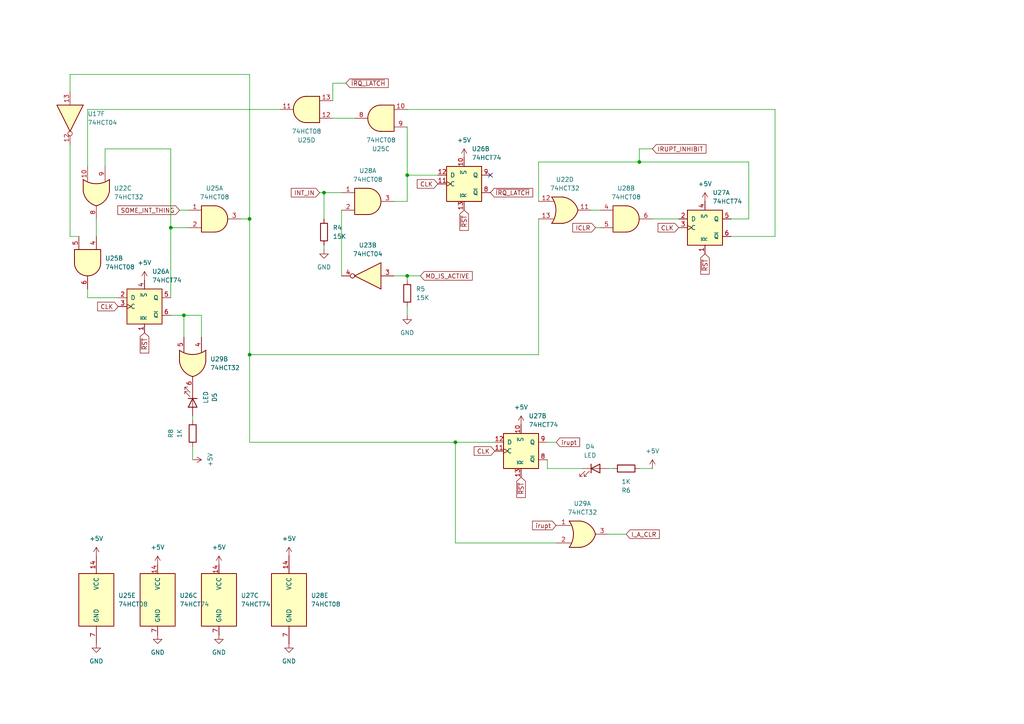
<source format=kicad_sch>
(kicad_sch (version 20250114) (generator "eeschema") (generator_version "9.0")
  (paper "A4")
  (lib_symbols
    (symbol "74xx:74HC04"
      (property "Reference" "U" (at 0 1.27 0))
      (property "Value" "74HC04" (at 0 -1.27 0))
      (symbol "74HC04_1_0"
        (polyline (pts (xy -3.81 3.81) (xy -3.81 -3.81) (xy 3.81 0) (xy -3.81 3.81)) (stroke (width 0.254)) (fill (type background)))
        (pin input line (at -7.62 0 0) (length 3.81) (name "~") (number "1"))
        (pin output inverted (at 7.62 0 180) (length 3.81) (name "~") (number "2"))
      )
      (symbol "74HC04_2_0"
        (polyline (pts (xy -3.81 3.81) (xy -3.81 -3.81) (xy 3.81 0) (xy -3.81 3.81)) (stroke (width 0.254)) (fill (type background)))
        (pin input line (at -7.62 0 0) (length 3.81) (name "~") (number "3"))
        (pin output inverted (at 7.62 0 180) (length 3.81) (name "~") (number "4"))
      )
      (symbol "74HC04_3_0"
        (polyline (pts (xy -3.81 3.81) (xy -3.81 -3.81) (xy 3.81 0) (xy -3.81 3.81)) (stroke (width 0.254)) (fill (type background)))
        (pin input line (at -7.62 0 0) (length 3.81) (name "~") (number "5"))
        (pin output inverted (at 7.62 0 180) (length 3.81) (name "~") (number "6"))
      )
      (symbol "74HC04_4_0"
        (polyline (pts (xy -3.81 3.81) (xy -3.81 -3.81) (xy 3.81 0) (xy -3.81 3.81)) (stroke (width 0.254)) (fill (type background)))
        (pin input line (at -7.62 0 0) (length 3.81) (name "~") (number "9"))
        (pin output inverted (at 7.62 0 180) (length 3.81) (name "~") (number "8"))
      )
      (symbol "74HC04_5_0"
        (polyline (pts (xy -3.81 3.81) (xy -3.81 -3.81) (xy 3.81 0) (xy -3.81 3.81)) (stroke (width 0.254)) (fill (type background)))
        (pin input line (at -7.62 0 0) (length 3.81) (name "~") (number "11"))
        (pin output inverted (at 7.62 0 180) (length 3.81) (name "~") (number "10"))
      )
      (symbol "74HC04_6_0"
        (polyline (pts (xy -3.81 3.81) (xy -3.81 -3.81) (xy 3.81 0) (xy -3.81 3.81)) (stroke (width 0.254)) (fill (type background)))
        (pin input line (at -7.62 0 0) (length 3.81) (name "~") (number "13"))
        (pin output inverted (at 7.62 0 180) (length 3.81) (name "~") (number "12"))
      )
      (symbol "74HC04_7_0"
        (pin power_in line (at 0 12.7 270) (length 5.08) (name "VCC") (number "14"))
        (pin power_in line (at 0 -12.7 90) (length 5.08) (name "GND") (number "7"))
      )
      (symbol "74HC04_7_1"
        (rectangle (start -5.08 7.62) (end 5.08 -7.62) (stroke (width 0.254)) (fill (type background)))
      )
    )
    (symbol "74xx:74HC74" (pin_names (offset 1.016))
      (property "Reference" "U" (at -7.62 8.89 0))
      (property "Value" "74HC74" (at -7.62 -8.89 0))
      (symbol "74HC74_1_0"
        (pin input line (at -7.62 2.54 0) (length 2.54) (name "D") (number "2"))
        (pin input clock (at -7.62 0 0) (length 2.54) (name "C") (number "3"))
        (pin input line (at 0 7.62 270) (length 2.54) (name "~{S}") (number "4"))
        (pin input line (at 0 -7.62 90) (length 2.54) (name "~{R}") (number "1"))
        (pin output line (at 7.62 2.54 180) (length 2.54) (name "Q") (number "5"))
        (pin output line (at 7.62 -2.54 180) (length 2.54) (name "~{Q}") (number "6"))
      )
      (symbol "74HC74_1_1"
        (rectangle (start -5.08 5.08) (end 5.08 -5.08) (stroke (width 0.254)) (fill (type background)))
      )
      (symbol "74HC74_2_0"
        (pin input line (at -7.62 2.54 0) (length 2.54) (name "D") (number "12"))
        (pin input clock (at -7.62 0 0) (length 2.54) (name "C") (number "11"))
        (pin input line (at 0 7.62 270) (length 2.54) (name "~{S}") (number "10"))
        (pin input line (at 0 -7.62 90) (length 2.54) (name "~{R}") (number "13"))
        (pin output line (at 7.62 2.54 180) (length 2.54) (name "Q") (number "9"))
        (pin output line (at 7.62 -2.54 180) (length 2.54) (name "~{Q}") (number "8"))
      )
      (symbol "74HC74_2_1"
        (rectangle (start -5.08 5.08) (end 5.08 -5.08) (stroke (width 0.254)) (fill (type background)))
      )
      (symbol "74HC74_3_0"
        (pin power_in line (at 0 10.16 270) (length 2.54) (name "VCC") (number "14"))
        (pin power_in line (at 0 -10.16 90) (length 2.54) (name "GND") (number "7"))
      )
      (symbol "74HC74_3_1"
        (rectangle (start -5.08 7.62) (end 5.08 -7.62) (stroke (width 0.254)) (fill (type background)))
      )
    )
    (symbol "74xx:74LS04"
      (property "Reference" "U" (at 0 1.27 0))
      (property "Value" "74LS04" (at 0 -1.27 0))
      (symbol "74LS04_1_0"
        (polyline (pts (xy -3.81 3.81) (xy -3.81 -3.81) (xy 3.81 0) (xy -3.81 3.81)) (stroke (width 0.254)) (fill (type background)))
        (pin input line (at -7.62 0 0) (length 3.81) (name "~") (number "1"))
        (pin output inverted (at 7.62 0 180) (length 3.81) (name "~") (number "2"))
      )
      (symbol "74LS04_2_0"
        (polyline (pts (xy -3.81 3.81) (xy -3.81 -3.81) (xy 3.81 0) (xy -3.81 3.81)) (stroke (width 0.254)) (fill (type background)))
        (pin input line (at -7.62 0 0) (length 3.81) (name "~") (number "3"))
        (pin output inverted (at 7.62 0 180) (length 3.81) (name "~") (number "4"))
      )
      (symbol "74LS04_3_0"
        (polyline (pts (xy -3.81 3.81) (xy -3.81 -3.81) (xy 3.81 0) (xy -3.81 3.81)) (stroke (width 0.254)) (fill (type background)))
        (pin input line (at -7.62 0 0) (length 3.81) (name "~") (number "5"))
        (pin output inverted (at 7.62 0 180) (length 3.81) (name "~") (number "6"))
      )
      (symbol "74LS04_4_0"
        (polyline (pts (xy -3.81 3.81) (xy -3.81 -3.81) (xy 3.81 0) (xy -3.81 3.81)) (stroke (width 0.254)) (fill (type background)))
        (pin input line (at -7.62 0 0) (length 3.81) (name "~") (number "9"))
        (pin output inverted (at 7.62 0 180) (length 3.81) (name "~") (number "8"))
      )
      (symbol "74LS04_5_0"
        (polyline (pts (xy -3.81 3.81) (xy -3.81 -3.81) (xy 3.81 0) (xy -3.81 3.81)) (stroke (width 0.254)) (fill (type background)))
        (pin input line (at -7.62 0 0) (length 3.81) (name "~") (number "11"))
        (pin output inverted (at 7.62 0 180) (length 3.81) (name "~") (number "10"))
      )
      (symbol "74LS04_6_0"
        (polyline (pts (xy -3.81 3.81) (xy -3.81 -3.81) (xy 3.81 0) (xy -3.81 3.81)) (stroke (width 0.254)) (fill (type background)))
        (pin input line (at -7.62 0 0) (length 3.81) (name "~") (number "13"))
        (pin output inverted (at 7.62 0 180) (length 3.81) (name "~") (number "12"))
      )
      (symbol "74LS04_7_0"
        (pin power_in line (at 0 12.7 270) (length 5.08) (name "VCC") (number "14"))
        (pin power_in line (at 0 -12.7 90) (length 5.08) (name "GND") (number "7"))
      )
      (symbol "74LS04_7_1"
        (rectangle (start -5.08 7.62) (end 5.08 -7.62) (stroke (width 0.254)) (fill (type background)))
      )
    )
    (symbol "74xx:74LS08" (pin_names (offset 1.016))
      (property "Reference" "U" (at 0 1.27 0))
      (property "Value" "74LS08" (at 0 -1.27 0))
      (symbol "74LS08_1_1"
        (arc (start 0 3.81) (mid 3.7934 0) (end 0 -3.81) (stroke (width 0.254)) (fill (type background)))
        (polyline (pts (xy 0 3.81) (xy -3.81 3.81) (xy -3.81 -3.81) (xy 0 -3.81)) (stroke (width 0.254)) (fill (type background)))
        (pin input line (at -7.62 2.54 0) (length 3.81) (name "~") (number "1"))
        (pin input line (at -7.62 -2.54 0) (length 3.81) (name "~") (number "2"))
        (pin output line (at 7.62 0 180) (length 3.81) (name "~") (number "3"))
      )
      (symbol "74LS08_1_2"
        (arc (start -3.81 3.81) (mid -2.589 0) (end -3.81 -3.81) (stroke (width 0.254)))
        (polyline (pts (xy -3.81 3.81) (xy -0.635 3.81)) (stroke (width 0.254)) (fill (type background)))
        (polyline (pts (xy -3.81 -3.81) (xy -0.635 -3.81)) (stroke (width 0.254)) (fill (type background)))
        (arc (start 3.81 0) (mid 2.1855 -2.584) (end -0.6096 -3.81) (stroke (width 0.254)) (fill (type background)))
        (arc (start -0.6096 3.81) (mid 2.1928 2.5924) (end 3.81 0) (stroke (width 0.254)) (fill (type background)))
        (polyline (pts (xy -0.635 3.81) (xy -3.81 3.81) (xy -3.81 3.81) (xy -3.556 3.4036) (xy -3.0226 2.2606) (xy -2.6924 1.0414) (xy -2.6162 -0.254) (xy -2.7686 -1.4986) (xy -3.175 -2.7178) (xy -3.81 -3.81) (xy -3.81 -3.81) (xy -0.635 -3.81)) (stroke (width -25.4)) (fill (type background)))
        (pin input inverted (at -7.62 2.54 0) (length 4.318) (name "~") (number "1"))
        (pin input inverted (at -7.62 -2.54 0) (length 4.318) (name "~") (number "2"))
        (pin output inverted (at 7.62 0 180) (length 3.81) (name "~") (number "3"))
      )
      (symbol "74LS08_2_1"
        (arc (start 0 3.81) (mid 3.7934 0) (end 0 -3.81) (stroke (width 0.254)) (fill (type background)))
        (polyline (pts (xy 0 3.81) (xy -3.81 3.81) (xy -3.81 -3.81) (xy 0 -3.81)) (stroke (width 0.254)) (fill (type background)))
        (pin input line (at -7.62 2.54 0) (length 3.81) (name "~") (number "4"))
        (pin input line (at -7.62 -2.54 0) (length 3.81) (name "~") (number "5"))
        (pin output line (at 7.62 0 180) (length 3.81) (name "~") (number "6"))
      )
      (symbol "74LS08_2_2"
        (arc (start -3.81 3.81) (mid -2.589 0) (end -3.81 -3.81) (stroke (width 0.254)))
        (polyline (pts (xy -3.81 3.81) (xy -0.635 3.81)) (stroke (width 0.254)) (fill (type background)))
        (polyline (pts (xy -3.81 -3.81) (xy -0.635 -3.81)) (stroke (width 0.254)) (fill (type background)))
        (arc (start 3.81 0) (mid 2.1855 -2.584) (end -0.6096 -3.81) (stroke (width 0.254)) (fill (type background)))
        (arc (start -0.6096 3.81) (mid 2.1928 2.5924) (end 3.81 0) (stroke (width 0.254)) (fill (type background)))
        (polyline (pts (xy -0.635 3.81) (xy -3.81 3.81) (xy -3.81 3.81) (xy -3.556 3.4036) (xy -3.0226 2.2606) (xy -2.6924 1.0414) (xy -2.6162 -0.254) (xy -2.7686 -1.4986) (xy -3.175 -2.7178) (xy -3.81 -3.81) (xy -3.81 -3.81) (xy -0.635 -3.81)) (stroke (width -25.4)) (fill (type background)))
        (pin input inverted (at -7.62 2.54 0) (length 4.318) (name "~") (number "4"))
        (pin input inverted (at -7.62 -2.54 0) (length 4.318) (name "~") (number "5"))
        (pin output inverted (at 7.62 0 180) (length 3.81) (name "~") (number "6"))
      )
      (symbol "74LS08_3_1"
        (arc (start 0 3.81) (mid 3.7934 0) (end 0 -3.81) (stroke (width 0.254)) (fill (type background)))
        (polyline (pts (xy 0 3.81) (xy -3.81 3.81) (xy -3.81 -3.81) (xy 0 -3.81)) (stroke (width 0.254)) (fill (type background)))
        (pin input line (at -7.62 2.54 0) (length 3.81) (name "~") (number "9"))
        (pin input line (at -7.62 -2.54 0) (length 3.81) (name "~") (number "10"))
        (pin output line (at 7.62 0 180) (length 3.81) (name "~") (number "8"))
      )
      (symbol "74LS08_3_2"
        (arc (start -3.81 3.81) (mid -2.589 0) (end -3.81 -3.81) (stroke (width 0.254)))
        (polyline (pts (xy -3.81 3.81) (xy -0.635 3.81)) (stroke (width 0.254)) (fill (type background)))
        (polyline (pts (xy -3.81 -3.81) (xy -0.635 -3.81)) (stroke (width 0.254)) (fill (type background)))
        (arc (start 3.81 0) (mid 2.1855 -2.584) (end -0.6096 -3.81) (stroke (width 0.254)) (fill (type background)))
        (arc (start -0.6096 3.81) (mid 2.1928 2.5924) (end 3.81 0) (stroke (width 0.254)) (fill (type background)))
        (polyline (pts (xy -0.635 3.81) (xy -3.81 3.81) (xy -3.81 3.81) (xy -3.556 3.4036) (xy -3.0226 2.2606) (xy -2.6924 1.0414) (xy -2.6162 -0.254) (xy -2.7686 -1.4986) (xy -3.175 -2.7178) (xy -3.81 -3.81) (xy -3.81 -3.81) (xy -0.635 -3.81)) (stroke (width -25.4)) (fill (type background)))
        (pin input inverted (at -7.62 2.54 0) (length 4.318) (name "~") (number "9"))
        (pin input inverted (at -7.62 -2.54 0) (length 4.318) (name "~") (number "10"))
        (pin output inverted (at 7.62 0 180) (length 3.81) (name "~") (number "8"))
      )
      (symbol "74LS08_4_1"
        (arc (start 0 3.81) (mid 3.7934 0) (end 0 -3.81) (stroke (width 0.254)) (fill (type background)))
        (polyline (pts (xy 0 3.81) (xy -3.81 3.81) (xy -3.81 -3.81) (xy 0 -3.81)) (stroke (width 0.254)) (fill (type background)))
        (pin input line (at -7.62 2.54 0) (length 3.81) (name "~") (number "12"))
        (pin input line (at -7.62 -2.54 0) (length 3.81) (name "~") (number "13"))
        (pin output line (at 7.62 0 180) (length 3.81) (name "~") (number "11"))
      )
      (symbol "74LS08_4_2"
        (arc (start -3.81 3.81) (mid -2.589 0) (end -3.81 -3.81) (stroke (width 0.254)))
        (polyline (pts (xy -3.81 3.81) (xy -0.635 3.81)) (stroke (width 0.254)) (fill (type background)))
        (polyline (pts (xy -3.81 -3.81) (xy -0.635 -3.81)) (stroke (width 0.254)) (fill (type background)))
        (arc (start 3.81 0) (mid 2.1855 -2.584) (end -0.6096 -3.81) (stroke (width 0.254)) (fill (type background)))
        (arc (start -0.6096 3.81) (mid 2.1928 2.5924) (end 3.81 0) (stroke (width 0.254)) (fill (type background)))
        (polyline (pts (xy -0.635 3.81) (xy -3.81 3.81) (xy -3.81 3.81) (xy -3.556 3.4036) (xy -3.0226 2.2606) (xy -2.6924 1.0414) (xy -2.6162 -0.254) (xy -2.7686 -1.4986) (xy -3.175 -2.7178) (xy -3.81 -3.81) (xy -3.81 -3.81) (xy -0.635 -3.81)) (stroke (width -25.4)) (fill (type background)))
        (pin input inverted (at -7.62 2.54 0) (length 4.318) (name "~") (number "12"))
        (pin input inverted (at -7.62 -2.54 0) (length 4.318) (name "~") (number "13"))
        (pin output inverted (at 7.62 0 180) (length 3.81) (name "~") (number "11"))
      )
      (symbol "74LS08_5_0"
        (pin power_in line (at 0 12.7 270) (length 5.08) (name "VCC") (number "14"))
        (pin power_in line (at 0 -12.7 90) (length 5.08) (name "GND") (number "7"))
      )
      (symbol "74LS08_5_1"
        (rectangle (start -5.08 7.62) (end 5.08 -7.62) (stroke (width 0.254)) (fill (type background)))
      )
    )
    (symbol "74xx:74LS32" (pin_names (offset 1.016))
      (property "Reference" "U" (at 0 1.27 0))
      (property "Value" "74LS32" (at 0 -1.27 0))
      (symbol "74LS32_1_1"
        (arc (start -3.81 3.81) (mid -2.589 0) (end -3.81 -3.81) (stroke (width 0.254)))
        (polyline (pts (xy -3.81 3.81) (xy -0.635 3.81)) (stroke (width 0.254)) (fill (type background)))
        (polyline (pts (xy -3.81 -3.81) (xy -0.635 -3.81)) (stroke (width 0.254)) (fill (type background)))
        (arc (start 3.81 0) (mid 2.1855 -2.584) (end -0.6096 -3.81) (stroke (width 0.254)) (fill (type background)))
        (arc (start -0.6096 3.81) (mid 2.1928 2.5924) (end 3.81 0) (stroke (width 0.254)) (fill (type background)))
        (polyline (pts (xy -0.635 3.81) (xy -3.81 3.81) (xy -3.81 3.81) (xy -3.556 3.4036) (xy -3.0226 2.2606) (xy -2.6924 1.0414) (xy -2.6162 -0.254) (xy -2.7686 -1.4986) (xy -3.175 -2.7178) (xy -3.81 -3.81) (xy -3.81 -3.81) (xy -0.635 -3.81)) (stroke (width -25.4)) (fill (type background)))
        (pin input line (at -7.62 2.54 0) (length 4.318) (name "~") (number "1"))
        (pin input line (at -7.62 -2.54 0) (length 4.318) (name "~") (number "2"))
        (pin output line (at 7.62 0 180) (length 3.81) (name "~") (number "3"))
      )
      (symbol "74LS32_1_2"
        (arc (start 0 3.81) (mid 3.7934 0) (end 0 -3.81) (stroke (width 0.254)) (fill (type background)))
        (polyline (pts (xy 0 3.81) (xy -3.81 3.81) (xy -3.81 -3.81) (xy 0 -3.81)) (stroke (width 0.254)) (fill (type background)))
        (pin input inverted (at -7.62 2.54 0) (length 3.81) (name "~") (number "1"))
        (pin input inverted (at -7.62 -2.54 0) (length 3.81) (name "~") (number "2"))
        (pin output inverted (at 7.62 0 180) (length 3.81) (name "~") (number "3"))
      )
      (symbol "74LS32_2_1"
        (arc (start -3.81 3.81) (mid -2.589 0) (end -3.81 -3.81) (stroke (width 0.254)))
        (polyline (pts (xy -3.81 3.81) (xy -0.635 3.81)) (stroke (width 0.254)) (fill (type background)))
        (polyline (pts (xy -3.81 -3.81) (xy -0.635 -3.81)) (stroke (width 0.254)) (fill (type background)))
        (arc (start 3.81 0) (mid 2.1855 -2.584) (end -0.6096 -3.81) (stroke (width 0.254)) (fill (type background)))
        (arc (start -0.6096 3.81) (mid 2.1928 2.5924) (end 3.81 0) (stroke (width 0.254)) (fill (type background)))
        (polyline (pts (xy -0.635 3.81) (xy -3.81 3.81) (xy -3.81 3.81) (xy -3.556 3.4036) (xy -3.0226 2.2606) (xy -2.6924 1.0414) (xy -2.6162 -0.254) (xy -2.7686 -1.4986) (xy -3.175 -2.7178) (xy -3.81 -3.81) (xy -3.81 -3.81) (xy -0.635 -3.81)) (stroke (width -25.4)) (fill (type background)))
        (pin input line (at -7.62 2.54 0) (length 4.318) (name "~") (number "4"))
        (pin input line (at -7.62 -2.54 0) (length 4.318) (name "~") (number "5"))
        (pin output line (at 7.62 0 180) (length 3.81) (name "~") (number "6"))
      )
      (symbol "74LS32_2_2"
        (arc (start 0 3.81) (mid 3.7934 0) (end 0 -3.81) (stroke (width 0.254)) (fill (type background)))
        (polyline (pts (xy 0 3.81) (xy -3.81 3.81) (xy -3.81 -3.81) (xy 0 -3.81)) (stroke (width 0.254)) (fill (type background)))
        (pin input inverted (at -7.62 2.54 0) (length 3.81) (name "~") (number "4"))
        (pin input inverted (at -7.62 -2.54 0) (length 3.81) (name "~") (number "5"))
        (pin output inverted (at 7.62 0 180) (length 3.81) (name "~") (number "6"))
      )
      (symbol "74LS32_3_1"
        (arc (start -3.81 3.81) (mid -2.589 0) (end -3.81 -3.81) (stroke (width 0.254)))
        (polyline (pts (xy -3.81 3.81) (xy -0.635 3.81)) (stroke (width 0.254)) (fill (type background)))
        (polyline (pts (xy -3.81 -3.81) (xy -0.635 -3.81)) (stroke (width 0.254)) (fill (type background)))
        (arc (start 3.81 0) (mid 2.1855 -2.584) (end -0.6096 -3.81) (stroke (width 0.254)) (fill (type background)))
        (arc (start -0.6096 3.81) (mid 2.1928 2.5924) (end 3.81 0) (stroke (width 0.254)) (fill (type background)))
        (polyline (pts (xy -0.635 3.81) (xy -3.81 3.81) (xy -3.81 3.81) (xy -3.556 3.4036) (xy -3.0226 2.2606) (xy -2.6924 1.0414) (xy -2.6162 -0.254) (xy -2.7686 -1.4986) (xy -3.175 -2.7178) (xy -3.81 -3.81) (xy -3.81 -3.81) (xy -0.635 -3.81)) (stroke (width -25.4)) (fill (type background)))
        (pin input line (at -7.62 2.54 0) (length 4.318) (name "~") (number "9"))
        (pin input line (at -7.62 -2.54 0) (length 4.318) (name "~") (number "10"))
        (pin output line (at 7.62 0 180) (length 3.81) (name "~") (number "8"))
      )
      (symbol "74LS32_3_2"
        (arc (start 0 3.81) (mid 3.7934 0) (end 0 -3.81) (stroke (width 0.254)) (fill (type background)))
        (polyline (pts (xy 0 3.81) (xy -3.81 3.81) (xy -3.81 -3.81) (xy 0 -3.81)) (stroke (width 0.254)) (fill (type background)))
        (pin input inverted (at -7.62 2.54 0) (length 3.81) (name "~") (number "9"))
        (pin input inverted (at -7.62 -2.54 0) (length 3.81) (name "~") (number "10"))
        (pin output inverted (at 7.62 0 180) (length 3.81) (name "~") (number "8"))
      )
      (symbol "74LS32_4_1"
        (arc (start -3.81 3.81) (mid -2.589 0) (end -3.81 -3.81) (stroke (width 0.254)))
        (polyline (pts (xy -3.81 3.81) (xy -0.635 3.81)) (stroke (width 0.254)) (fill (type background)))
        (polyline (pts (xy -3.81 -3.81) (xy -0.635 -3.81)) (stroke (width 0.254)) (fill (type background)))
        (arc (start 3.81 0) (mid 2.1855 -2.584) (end -0.6096 -3.81) (stroke (width 0.254)) (fill (type background)))
        (arc (start -0.6096 3.81) (mid 2.1928 2.5924) (end 3.81 0) (stroke (width 0.254)) (fill (type background)))
        (polyline (pts (xy -0.635 3.81) (xy -3.81 3.81) (xy -3.81 3.81) (xy -3.556 3.4036) (xy -3.0226 2.2606) (xy -2.6924 1.0414) (xy -2.6162 -0.254) (xy -2.7686 -1.4986) (xy -3.175 -2.7178) (xy -3.81 -3.81) (xy -3.81 -3.81) (xy -0.635 -3.81)) (stroke (width -25.4)) (fill (type background)))
        (pin input line (at -7.62 2.54 0) (length 4.318) (name "~") (number "12"))
        (pin input line (at -7.62 -2.54 0) (length 4.318) (name "~") (number "13"))
        (pin output line (at 7.62 0 180) (length 3.81) (name "~") (number "11"))
      )
      (symbol "74LS32_4_2"
        (arc (start 0 3.81) (mid 3.7934 0) (end 0 -3.81) (stroke (width 0.254)) (fill (type background)))
        (polyline (pts (xy 0 3.81) (xy -3.81 3.81) (xy -3.81 -3.81) (xy 0 -3.81)) (stroke (width 0.254)) (fill (type background)))
        (pin input inverted (at -7.62 2.54 0) (length 3.81) (name "~") (number "12"))
        (pin input inverted (at -7.62 -2.54 0) (length 3.81) (name "~") (number "13"))
        (pin output inverted (at 7.62 0 180) (length 3.81) (name "~") (number "11"))
      )
      (symbol "74LS32_5_0"
        (pin power_in line (at 0 12.7 270) (length 5.08) (name "VCC") (number "14"))
        (pin power_in line (at 0 -12.7 90) (length 5.08) (name "GND") (number "7"))
      )
      (symbol "74LS32_5_1"
        (rectangle (start -5.08 7.62) (end 5.08 -7.62) (stroke (width 0.254)) (fill (type background)))
      )
    )
    (symbol "Device:LED" (pin_numbers (hide yes)) (pin_names (offset 1.016) (hide yes))
      (property "Reference" "D" (at 0 2.54 0))
      (property "Value" "LED" (at 0 -2.54 0))
      (symbol "LED_0_1"
        (polyline (pts (xy -3.048 -0.762) (xy -4.572 -2.286) (xy -3.81 -2.286) (xy -4.572 -2.286) (xy -4.572 -1.524)))
        (polyline (pts (xy -1.778 -0.762) (xy -3.302 -2.286) (xy -2.54 -2.286) (xy -3.302 -2.286) (xy -3.302 -1.524)))
        (polyline (pts (xy -1.27 0) (xy 1.27 0)))
        (polyline (pts (xy -1.27 -1.27) (xy -1.27 1.27)) (stroke (width 0.254)))
        (polyline (pts (xy 1.27 -1.27) (xy 1.27 1.27) (xy -1.27 0) (xy 1.27 -1.27)) (stroke (width 0.254)))
      )
      (symbol "LED_1_1"
        (pin passive line (at -3.81 0 0) (length 2.54) (name "K") (number "1"))
        (pin passive line (at 3.81 0 180) (length 2.54) (name "A") (number "2"))
      )
    )
    (symbol "Device:R" (pin_numbers (hide yes)) (pin_names (offset 0))
      (property "Reference" "R" (at 2.032 0 90))
      (property "Value" "R" (at 0 0 90))
      (symbol "R_0_1"
        (rectangle (start -1.016 -2.54) (end 1.016 2.54) (stroke (width 0.254)))
      )
      (symbol "R_1_1"
        (pin passive line (at 0 3.81 270) (length 1.27) (name "~") (number "1"))
        (pin passive line (at 0 -3.81 90) (length 1.27) (name "~") (number "2"))
      )
    )
    (symbol "power:+5V" (power) (pin_numbers (hide yes)) (pin_names (offset 0) (hide yes))
      (property "Value" "+5V" (at 0 3.556 0))
      (symbol "+5V_0_1"
        (polyline (pts (xy -0.762 1.27) (xy 0 2.54)))
        (polyline (pts (xy 0 2.54) (xy 0.762 1.27)))
        (polyline (pts (xy 0 0) (xy 0 2.54)))
      )
      (symbol "+5V_1_1"
        (pin power_in line (at 0 0 90) (length 0) (name "~") (number "1"))
      )
    )
    (symbol "power:GND" (power) (pin_numbers (hide yes)) (pin_names (offset 0) (hide yes))
      (property "Value" "GND" (at 0 -3.81 0))
      (symbol "GND_0_1"
        (polyline (pts (xy 0 0) (xy 0 -1.27) (xy 1.27 -1.27) (xy 0 -2.54) (xy -1.27 -1.27) (xy 0 -1.27)))
      )
      (symbol "GND_1_1"
        (pin power_in line (at 0 0 270) (length 0) (name "~") (number "1"))
      )
    )
  )
  (junction (at 49.53 66.04))
  (junction (at 132.08 128.27))
  (junction (at 118.11 50.8))
  (junction (at 53.34 91.44))
  (junction (at 118.11 80.01))
  (junction (at 185.42 46.99))
  (junction (at 72.39 102.87))
  (junction (at 72.39 63.5))
  (junction (at 93.98 55.88))
  (no_connect (at 142.24 50.8))
  (wire (pts (xy 72.39 63.5) (xy 69.85 63.5)))
  (wire (pts (xy 93.98 55.88) (xy 93.98 63.5)))
  (wire (pts (xy 99.06 60.96) (xy 99.06 80.01)))
  (wire (pts (xy 81.28 31.75) (xy 25.4 31.75)))
  (wire (pts (xy 53.34 91.44) (xy 53.34 97.79)))
  (wire (pts (xy 72.39 102.87) (xy 72.39 63.5)))
  (wire (pts (xy 93.98 55.88) (xy 99.06 55.88)))
  (wire (pts (xy 224.79 31.75) (xy 224.79 68.58)))
  (wire (pts (xy 185.42 135.89) (xy 189.23 135.89)))
  (wire (pts (xy 58.42 91.44) (xy 53.34 91.44)))
  (wire (pts (xy 168.91 135.89) (xy 158.75 135.89)))
  (wire (pts (xy 49.53 86.36) (xy 49.53 66.04)))
  (wire (pts (xy 118.11 80.01) (xy 121.92 80.01)))
  (wire (pts (xy 143.51 128.27) (xy 132.08 128.27)))
  (wire (pts (xy 34.29 86.36) (xy 25.4 86.36)))
  (wire (pts (xy 114.3 80.01) (xy 118.11 80.01)))
  (wire (pts (xy 20.32 41.91) (xy 20.32 68.58)))
  (wire (pts (xy 118.11 58.42) (xy 118.11 50.8)))
  (wire (pts (xy 177.8 135.89) (xy 176.53 135.89)))
  (wire (pts (xy 158.75 128.27) (xy 161.29 128.27)))
  (wire (pts (xy 49.53 66.04) (xy 54.61 66.04)))
  (wire (pts (xy 20.32 68.58) (xy 22.86 68.58)))
  (wire (pts (xy 114.3 58.42) (xy 118.11 58.42)))
  (wire (pts (xy 132.08 128.27) (xy 72.39 128.27)))
  (wire (pts (xy 55.88 129.54) (xy 55.88 133.35)))
  (wire (pts (xy 185.42 43.18) (xy 185.42 46.99)))
  (wire (pts (xy 27.94 63.5) (xy 27.94 68.58)))
  (wire (pts (xy 58.42 97.79) (xy 58.42 91.44)))
  (wire (pts (xy 20.32 26.67) (xy 20.32 21.59)))
  (wire (pts (xy 102.87 34.29) (xy 96.52 34.29)))
  (wire (pts (xy 49.53 91.44) (xy 53.34 91.44)))
  (wire (pts (xy 176.53 154.94) (xy 181.61 154.94)))
  (wire (pts (xy 172.72 66.04) (xy 173.99 66.04)))
  (wire (pts (xy 132.08 157.48) (xy 132.08 128.27)))
  (wire (pts (xy 72.39 128.27) (xy 72.39 102.87)))
  (wire (pts (xy 25.4 31.75) (xy 25.4 48.26)))
  (wire (pts (xy 49.53 43.18) (xy 49.53 66.04)))
  (wire (pts (xy 127 50.8) (xy 118.11 50.8)))
  (wire (pts (xy 185.42 46.99) (xy 217.17 46.99)))
  (wire (pts (xy 217.17 46.99) (xy 217.17 63.5)))
  (wire (pts (xy 161.29 157.48) (xy 132.08 157.48)))
  (wire (pts (xy 30.48 43.18) (xy 49.53 43.18)))
  (wire (pts (xy 118.11 80.01) (xy 118.11 81.28)))
  (wire (pts (xy 156.21 63.5) (xy 156.21 102.87)))
  (wire (pts (xy 171.45 60.96) (xy 173.99 60.96)))
  (wire (pts (xy 118.11 50.8) (xy 118.11 36.83)))
  (wire (pts (xy 100.33 24.13) (xy 96.52 24.13)))
  (wire (pts (xy 30.48 48.26) (xy 30.48 43.18)))
  (wire (pts (xy 224.79 68.58) (xy 212.09 68.58)))
  (wire (pts (xy 118.11 88.9) (xy 118.11 91.44)))
  (wire (pts (xy 118.11 31.75) (xy 224.79 31.75)))
  (wire (pts (xy 217.17 63.5) (xy 212.09 63.5)))
  (wire (pts (xy 93.98 71.12) (xy 93.98 72.39)))
  (wire (pts (xy 20.32 21.59) (xy 72.39 21.59)))
  (wire (pts (xy 96.52 24.13) (xy 96.52 29.21)))
  (wire (pts (xy 156.21 46.99) (xy 185.42 46.99)))
  (wire (pts (xy 156.21 102.87) (xy 72.39 102.87)))
  (wire (pts (xy 92.71 55.88) (xy 93.98 55.88)))
  (wire (pts (xy 55.88 121.92) (xy 55.88 120.65)))
  (wire (pts (xy 189.23 63.5) (xy 196.85 63.5)))
  (wire (pts (xy 189.23 43.18) (xy 185.42 43.18)))
  (wire (pts (xy 156.21 58.42) (xy 156.21 46.99)))
  (wire (pts (xy 25.4 86.36) (xy 25.4 83.82)))
  (wire (pts (xy 52.07 60.96) (xy 54.61 60.96)))
  (wire (pts (xy 158.75 135.89) (xy 158.75 133.35)))
  (wire (pts (xy 72.39 21.59) (xy 72.39 63.5)))
  (global_label "~{IRQ_LATCH}" (shape input) (at 100.33 24.13 0) (property "Intersheetrefs" "${INTERSHEET_REFS}" (effects (hide yes))))
  (global_label "CLK" (shape input) (at 34.29 88.9 180) (property "Intersheetrefs" "${INTERSHEET_REFS}" (effects (hide yes))))
  (global_label "CLK" (shape input) (at 143.51 130.81 180) (property "Intersheetrefs" "${INTERSHEET_REFS}" (effects (hide yes))))
  (global_label "~{RST}" (shape input) (at 134.62 60.96 270) (property "Intersheetrefs" "${INTERSHEET_REFS}" (effects (hide yes))))
  (global_label "~{RST}" (shape input) (at 151.13 138.43 270) (property "Intersheetrefs" "${INTERSHEET_REFS}" (effects (hide yes))))
  (global_label "SOME_INT_THING" (shape input) (at 52.07 60.96 180) (property "Intersheetrefs" "${INTERSHEET_REFS}" (effects (hide yes))))
  (global_label "ICLR" (shape input) (at 172.72 66.04 180) (property "Intersheetrefs" "${INTERSHEET_REFS}" (effects (hide yes))))
  (global_label "IRUPT_INHIBIT" (shape input) (at 189.23 43.18 0) (property "Intersheetrefs" "${INTERSHEET_REFS}" (effects (hide yes))))
  (global_label "~{RST}" (shape input) (at 204.47 73.66 270) (property "Intersheetrefs" "${INTERSHEET_REFS}" (effects (hide yes))))
  (global_label "I_A_CLR" (shape input) (at 181.61 154.94 0) (property "Intersheetrefs" "${INTERSHEET_REFS}" (effects (hide yes))))
  (global_label "irupt" (shape input) (at 161.29 128.27 0) (property "Intersheetrefs" "${INTERSHEET_REFS}" (effects (hide yes))))
  (global_label "CLK" (shape input) (at 127 53.34 180) (property "Intersheetrefs" "${INTERSHEET_REFS}" (effects (hide yes))))
  (global_label "~{IRQ_LATCH}" (shape input) (at 142.24 55.88 0) (property "Intersheetrefs" "${INTERSHEET_REFS}" (effects (hide yes))))
  (global_label "CLK" (shape input) (at 196.85 66.04 180) (property "Intersheetrefs" "${INTERSHEET_REFS}" (effects (hide yes))))
  (global_label "MD_IS_ACTIVE" (shape input) (at 121.92 80.01 0) (property "Intersheetrefs" "${INTERSHEET_REFS}" (effects (hide yes))))
  (global_label "INT_IN" (shape input) (at 92.71 55.88 180) (property "Intersheetrefs" "${INTERSHEET_REFS}" (effects (hide yes))))
  (global_label "~{RST}" (shape input) (at 41.91 96.52 270) (property "Intersheetrefs" "${INTERSHEET_REFS}" (effects (hide yes))))
  (global_label "irupt" (shape input) (at 161.29 152.4 180) (property "Intersheetrefs" "${INTERSHEET_REFS}" (effects (hide yes))))
  (symbol (lib_id "74xx:74HC74") (at 151.13 130.81 0) (unit 2)
    (property "Reference" "U27" (at 153.3241 120.65 0) (effects (justify left)))
    (property "Value" "74HCT74" (at 153.3241 123.19 0) (effects (justify left)))
    (property "Footprint" "Package_SO:SO-14_3.9x8.65mm_P1.27mm" (effects (hide yes)))
    (property "Datasheet" "74xx/74hc_hct74.pdf" (effects (hide yes)))
    (property "Description" "Dual D Flip-flop, Set & Reset" (effects (hide yes)))
    (property "VerilogCode" "ttl_74hc74 U27(D_2, C_3, nS_4, nR_1, Q_5, nQ_6, D_12, C_11, nS_10, nR_13, Q_9, nQ_8);" (effects (hide yes)))
  )
  (symbol (lib_id "power:GND") (at 93.98 72.39 0) (unit 1)
    (property "Reference" "#PWR096" (effects (hide yes)))
    (property "Value" "GND" (at 93.98 77.47 0))
    (property "Description" "Power symbol creates a global label with name \"GND\" , ground" (effects (hide yes)))
  )
  (symbol (lib_id "power:GND") (at 118.11 91.44 0) (unit 1)
    (property "Reference" "#PWR097" (effects (hide yes)))
    (property "Value" "GND" (at 118.11 96.52 0))
    (property "Description" "Power symbol creates a global label with name \"GND\" , ground" (effects (hide yes)))
  )
  (symbol (lib_id "74xx:74HC04") (at 106.68 80.01 180) (unit 2)
    (property "Reference" "U23" (at 106.68 71.12 0))
    (property "Value" "74HCT04" (at 106.68 73.66 0))
    (property "Footprint" "Package_SO:SO-14_3.9x8.65mm_P1.27mm" (effects (hide yes)))
    (property "Datasheet" "https://assets.nexperia.com/documents/data-sheet/74HC_HCT04.pdf" (effects (hide yes)))
    (property "Description" "Hex Inverter" (effects (hide yes)))
    (property "VerilogCode" "ttl_74hct04 U23({_1, _3, _5, _9, _11, _13}, {_2, _4, _6, _8, _10, _12});" (effects (hide yes)))
  )
  (symbol (lib_id "74xx:74LS32") (at 55.88 105.41 270) (unit 2)
    (property "Reference" "U29" (at 60.96 104.1399 90) (effects (justify left)))
    (property "Value" "74HCT32" (at 60.96 106.6799 90) (effects (justify left)))
    (property "Footprint" "Package_SO:SO-14_3.9x8.65mm_P1.27mm" (effects (hide yes)))
    (property "Datasheet" "http://www.ti.com/lit/gpn/sn74LS32" (effects (hide yes)))
    (property "Description" "Quad 2-input OR" (effects (hide yes)))
    (property "VerilogCode" "ttl_74hct32 U29(_1, _2, _3, _4, _5, _6, _9, _10, _8, _12, _13, _11);" (effects (hide yes)))
  )
  (symbol (lib_id "Device:R") (at 93.98 67.31 0) (unit 1)
    (property "Reference" "R4" (at 96.52 66.0399 0) (effects (justify left)))
    (property "Value" "15K" (at 96.52 68.5799 0) (effects (justify left)))
    (property "Footprint" "Resistor_SMD:R_1206_3216Metric_Pad1.30x1.75mm_HandSolder" (effects (hide yes)))
    (property "VerilogCode" "assign _1 = _2;" (effects (hide yes)))
  )
  (symbol (lib_id "74xx:74LS08") (at 106.68 58.42 0) (unit 1)
    (property "Reference" "U28" (at 106.6717 49.53 0))
    (property "Value" "74HCT08" (at 106.6717 52.07 0))
    (property "Footprint" "Package_SO:SO-14_3.9x8.65mm_P1.27mm" (effects (hide yes)))
    (property "Datasheet" "http://www.ti.com/lit/gpn/sn74LS08" (effects (hide yes)))
    (property "Description" "Quad And2" (effects (hide yes)))
    (property "VerilogCode" "ttl_74hct08 U28(_1, _2, _3, _4, _5, _6, _9, _10, _8, _12, _13, _11);" (effects (hide yes)))
  )
  (symbol (lib_id "power:+5V") (at 151.13 123.19 0) (unit 1)
    (property "Reference" "#PWR092" (effects (hide yes)))
    (property "Value" "+5V" (at 151.13 118.11 0))
    (property "Description" "Power symbol creates a global label with name \"+5V\"" (effects (hide yes)))
  )
  (symbol (lib_id "Device:R") (at 181.61 135.89 270) (unit 1)
    (property "Reference" "R6" (at 181.61 142.24 90))
    (property "Value" "1K" (at 181.61 139.7 90))
    (property "Footprint" "Resistor_SMD:R_1206_3216Metric_Pad1.30x1.75mm_HandSolder" (effects (hide yes)))
    (property "VerilogCode" "assign _1 = _2;" (effects (hide yes)))
  )
  (symbol (lib_id "74xx:74HC74") (at 134.62 53.34 0) (unit 2)
    (property "Reference" "U26" (at 136.8141 43.18 0) (effects (justify left)))
    (property "Value" "74HCT74" (at 136.8141 45.72 0) (effects (justify left)))
    (property "Footprint" "Package_SO:SO-14_3.9x8.65mm_P1.27mm" (effects (hide yes)))
    (property "Datasheet" "74xx/74hc_hct74.pdf" (effects (hide yes)))
    (property "Description" "Dual D Flip-flop, Set & Reset" (effects (hide yes)))
    (property "VerilogCode" "ttl_74hc74 U26(D_2, C_3, nS_4, nR_1, Q_5, nQ_6, D_12, C_11, nS_10, nR_13, Q_9, nQ_8);" (effects (hide yes)))
  )
  (symbol (lib_id "power:GND") (at 45.72 184.15 0) (unit 1)
    (property "Reference" "#PWR088" (effects (hide yes)))
    (property "Value" "GND" (at 45.72 189.23 0))
    (property "Description" "Power symbol creates a global label with name \"GND\" , ground" (effects (hide yes)))
  )
  (symbol (lib_id "power:+5V") (at 45.72 163.83 0) (unit 1)
    (property "Reference" "#PWR086" (effects (hide yes)))
    (property "Value" "+5V" (at 45.72 158.75 0))
    (property "Description" "Power symbol creates a global label with name \"+5V\"" (effects (hide yes)))
  )
  (symbol (lib_id "74xx:74LS08") (at 27.94 173.99 0) (unit 5)
    (property "Reference" "U25" (at 34.29 172.7199 0) (effects (justify left)))
    (property "Value" "74HCT08" (at 34.29 175.2599 0) (effects (justify left)))
    (property "Footprint" "Package_SO:SO-14_3.9x8.65mm_P1.27mm" (effects (hide yes)))
    (property "Datasheet" "http://www.ti.com/lit/gpn/sn74LS08" (effects (hide yes)))
    (property "Description" "Quad And2" (effects (hide yes)))
    (property "VerilogCode" "ttl_74hct08 U25(_1, _2, _3, _4, _5, _6, _9, _10, _8, _12, _13, _11);" (effects (hide yes)))
  )
  (symbol (lib_id "Device:LED") (at 172.72 135.89 0) (unit 1)
    (property "Reference" "D4" (at 171.1325 129.54 0))
    (property "Value" "LED" (at 171.1325 132.08 0))
    (property "Footprint" "LED_SMD:LED_1206_3216Metric_Pad1.42x1.75mm_HandSolder" (effects (hide yes)))
  )
  (symbol (lib_id "power:+5V") (at 27.94 161.29 0) (unit 1)
    (property "Reference" "#PWR084" (effects (hide yes)))
    (property "Value" "+5V" (at 27.94 156.21 0))
    (property "Description" "Power symbol creates a global label with name \"+5V\"" (effects (hide yes)))
  )
  (symbol (lib_id "power:+5V") (at 204.47 58.42 0) (unit 1)
    (property "Reference" "#PWR091" (effects (hide yes)))
    (property "Value" "+5V" (at 204.47 53.34 0))
    (property "Description" "Power symbol creates a global label with name \"+5V\"" (effects (hide yes)))
  )
  (symbol (lib_id "power:+5V") (at 63.5 163.83 0) (unit 1)
    (property "Reference" "#PWR087" (effects (hide yes)))
    (property "Value" "+5V" (at 63.5 158.75 0))
    (property "Description" "Power symbol creates a global label with name \"+5V\"" (effects (hide yes)))
  )
  (symbol (lib_id "Device:LED") (at 55.88 116.84 270) (unit 1)
    (property "Reference" "D5" (at 62.23 115.2525 0))
    (property "Value" "LED" (at 59.69 115.2525 0))
    (property "Footprint" "LED_SMD:LED_1206_3216Metric_Pad1.42x1.75mm_HandSolder" (effects (hide yes)))
  )
  (symbol (lib_id "74xx:74LS32") (at 163.83 60.96 0) (unit 4)
    (property "Reference" "U22" (at 163.83 52.07 0))
    (property "Value" "74HCT32" (at 163.83 54.61 0))
    (property "Footprint" "Package_SO:SO-14_3.9x8.65mm_P1.27mm" (effects (hide yes)))
    (property "Datasheet" "http://www.ti.com/lit/gpn/sn74LS32" (effects (hide yes)))
    (property "Description" "Quad 2-input OR" (effects (hide yes)))
    (property "VerilogCode" "ttl_74hct32 U22(_1, _2, _3, _4, _5, _6, _9, _10, _8, _12, _13, _11);" (effects (hide yes)))
  )
  (symbol (lib_id "power:+5V") (at 83.82 161.29 0) (unit 1)
    (property "Reference" "#PWR094" (effects (hide yes)))
    (property "Value" "+5V" (at 83.82 156.21 0))
    (property "Description" "Power symbol creates a global label with name \"+5V\"" (effects (hide yes)))
  )
  (symbol (lib_id "74xx:74LS32") (at 168.91 154.94 0) (unit 1)
    (property "Reference" "U29" (at 168.91 146.05 0))
    (property "Value" "74HCT32" (at 168.91 148.59 0))
    (property "Footprint" "Package_SO:SO-14_3.9x8.65mm_P1.27mm" (effects (hide yes)))
    (property "Datasheet" "http://www.ti.com/lit/gpn/sn74LS32" (effects (hide yes)))
    (property "Description" "Quad 2-input OR" (effects (hide yes)))
    (property "VerilogCode" "ttl_74hct32 U29(_1, _2, _3, _4, _5, _6, _9, _10, _8, _12, _13, _11);" (effects (hide yes)))
  )
  (symbol (lib_id "power:+5V") (at 41.91 81.28 0) (unit 1)
    (property "Reference" "#PWR090" (effects (hide yes)))
    (property "Value" "+5V" (at 41.91 76.2 0))
    (property "Description" "Power symbol creates a global label with name \"+5V\"" (effects (hide yes)))
  )
  (symbol (lib_id "74xx:74LS08") (at 181.61 63.5 0) (unit 2)
    (property "Reference" "U28" (at 181.6017 54.61 0))
    (property "Value" "74HCT08" (at 181.6017 57.15 0))
    (property "Footprint" "Package_SO:SO-14_3.9x8.65mm_P1.27mm" (effects (hide yes)))
    (property "Datasheet" "http://www.ti.com/lit/gpn/sn74LS08" (effects (hide yes)))
    (property "Description" "Quad And2" (effects (hide yes)))
    (property "VerilogCode" "ttl_74hct08 U28(_1, _2, _3, _4, _5, _6, _9, _10, _8, _12, _13, _11);" (effects (hide yes)))
  )
  (symbol (lib_id "74xx:74HC74") (at 45.72 173.99 0) (unit 3)
    (property "Reference" "U26" (at 52.07 172.7199 0) (effects (justify left)))
    (property "Value" "74HCT74" (at 52.07 175.2599 0) (effects (justify left)))
    (property "Footprint" "Package_SO:SO-14_3.9x8.65mm_P1.27mm" (effects (hide yes)))
    (property "Datasheet" "74xx/74hc_hct74.pdf" (effects (hide yes)))
    (property "Description" "Dual D Flip-flop, Set & Reset" (effects (hide yes)))
    (property "VerilogCode" "ttl_74hc74 U26(D_2, C_3, nS_4, nR_1, Q_5, nQ_6, D_12, C_11, nS_10, nR_13, Q_9, nQ_8);" (effects (hide yes)))
  )
  (symbol (lib_id "74xx:74HC74") (at 41.91 88.9 0) (unit 1)
    (property "Reference" "U26" (at 44.1041 78.74 0) (effects (justify left)))
    (property "Value" "74HCT74" (at 44.1041 81.28 0) (effects (justify left)))
    (property "Footprint" "Package_SO:SO-14_3.9x8.65mm_P1.27mm" (effects (hide yes)))
    (property "Datasheet" "74xx/74hc_hct74.pdf" (effects (hide yes)))
    (property "Description" "Dual D Flip-flop, Set & Reset" (effects (hide yes)))
    (property "VerilogCode" "ttl_74hc74 U26(D_2, C_3, nS_4, nR_1, Q_5, nQ_6, D_12, C_11, nS_10, nR_13, Q_9, nQ_8);" (effects (hide yes)))
  )
  (symbol (lib_id "74xx:74LS08") (at 88.9 31.75 180) (unit 4)
    (property "Reference" "U25" (at 88.9083 40.64 0))
    (property "Value" "74HCT08" (at 88.9083 38.1 0))
    (property "Footprint" "Package_SO:SO-14_3.9x8.65mm_P1.27mm" (effects (hide yes)))
    (property "Datasheet" "http://www.ti.com/lit/gpn/sn74LS08" (effects (hide yes)))
    (property "Description" "Quad And2" (effects (hide yes)))
    (property "VerilogCode" "ttl_74hct08 U25(_1, _2, _3, _4, _5, _6, _9, _10, _8, _12, _13, _11);" (effects (hide yes)))
  )
  (symbol (lib_id "74xx:74HC74") (at 63.5 173.99 0) (unit 3)
    (property "Reference" "U27" (at 69.85 172.7199 0) (effects (justify left)))
    (property "Value" "74HCT74" (at 69.85 175.2599 0) (effects (justify left)))
    (property "Footprint" "Package_SO:SO-14_3.9x8.65mm_P1.27mm" (effects (hide yes)))
    (property "Datasheet" "74xx/74hc_hct74.pdf" (effects (hide yes)))
    (property "Description" "Dual D Flip-flop, Set & Reset" (effects (hide yes)))
    (property "VerilogCode" "ttl_74hc74 U27(D_2, C_3, nS_4, nR_1, Q_5, nQ_6, D_12, C_11, nS_10, nR_13, Q_9, nQ_8);" (effects (hide yes)))
  )
  (symbol (lib_id "74xx:74LS32") (at 27.94 55.88 270) (unit 3)
    (property "Reference" "U22" (at 33.02 54.6099 90) (effects (justify left)))
    (property "Value" "74HCT32" (at 33.02 57.1499 90) (effects (justify left)))
    (property "Footprint" "Package_SO:SO-14_3.9x8.65mm_P1.27mm" (effects (hide yes)))
    (property "Datasheet" "http://www.ti.com/lit/gpn/sn74LS32" (effects (hide yes)))
    (property "Description" "Quad 2-input OR" (effects (hide yes)))
    (property "VerilogCode" "ttl_74hct32 U22(_1, _2, _3, _4, _5, _6, _9, _10, _8, _12, _13, _11);" (effects (hide yes)))
  )
  (symbol (lib_id "power:GND") (at 63.5 184.15 0) (unit 1)
    (property "Reference" "#PWR089" (effects (hide yes)))
    (property "Value" "GND" (at 63.5 189.23 0))
    (property "Description" "Power symbol creates a global label with name \"GND\" , ground" (effects (hide yes)))
  )
  (symbol (lib_id "power:+5V") (at 134.62 45.72 0) (unit 1)
    (property "Reference" "#PWR093" (effects (hide yes)))
    (property "Value" "+5V" (at 134.62 40.64 0))
    (property "Description" "Power symbol creates a global label with name \"+5V\"" (effects (hide yes)))
  )
  (symbol (lib_id "74xx:74LS08") (at 25.4 76.2 270) (unit 2)
    (property "Reference" "U25" (at 30.48 74.9216 90) (effects (justify left)))
    (property "Value" "74HCT08" (at 30.48 77.4616 90) (effects (justify left)))
    (property "Footprint" "Package_SO:SO-14_3.9x8.65mm_P1.27mm" (effects (hide yes)))
    (property "Datasheet" "http://www.ti.com/lit/gpn/sn74LS08" (effects (hide yes)))
    (property "Description" "Quad And2" (effects (hide yes)))
    (property "VerilogCode" "ttl_74hct08 U25(_1, _2, _3, _4, _5, _6, _9, _10, _8, _12, _13, _11);" (effects (hide yes)))
  )
  (symbol (lib_id "power:GND") (at 27.94 186.69 0) (unit 1)
    (property "Reference" "#PWR085" (effects (hide yes)))
    (property "Value" "GND" (at 27.94 191.77 0))
    (property "Description" "Power symbol creates a global label with name \"GND\" , ground" (effects (hide yes)))
  )
  (symbol (lib_id "power:+5V") (at 55.88 133.35 270) (unit 1)
    (property "Reference" "#PWR0139" (effects (hide yes)))
    (property "Value" "+5V" (at 60.96 133.35 0))
    (property "Description" "Power symbol creates a global label with name \"+5V\"" (effects (hide yes)))
  )
  (symbol (lib_id "power:GND") (at 83.82 186.69 0) (unit 1)
    (property "Reference" "#PWR095" (effects (hide yes)))
    (property "Value" "GND" (at 83.82 191.77 0))
    (property "Description" "Power symbol creates a global label with name \"GND\" , ground" (effects (hide yes)))
  )
  (symbol (lib_id "74xx:74HC74") (at 204.47 66.04 0) (unit 1)
    (property "Reference" "U27" (at 206.6641 55.88 0) (effects (justify left)))
    (property "Value" "74HCT74" (at 206.6641 58.42 0) (effects (justify left)))
    (property "Footprint" "Package_SO:SO-14_3.9x8.65mm_P1.27mm" (effects (hide yes)))
    (property "Datasheet" "74xx/74hc_hct74.pdf" (effects (hide yes)))
    (property "Description" "Dual D Flip-flop, Set & Reset" (effects (hide yes)))
    (property "VerilogCode" "ttl_74hc74 U27(D_2, C_3, nS_4, nR_1, Q_5, nQ_6, D_12, C_11, nS_10, nR_13, Q_9, nQ_8);" (effects (hide yes)))
  )
  (symbol (lib_id "74xx:74LS08") (at 83.82 173.99 0) (unit 5)
    (property "Reference" "U28" (at 90.17 172.7199 0) (effects (justify left)))
    (property "Value" "74HCT08" (at 90.17 175.2599 0) (effects (justify left)))
    (property "Footprint" "Package_SO:SO-14_3.9x8.65mm_P1.27mm" (effects (hide yes)))
    (property "Datasheet" "http://www.ti.com/lit/gpn/sn74LS08" (effects (hide yes)))
    (property "Description" "Quad And2" (effects (hide yes)))
    (property "VerilogCode" "ttl_74hct08 U28(_1, _2, _3, _4, _5, _6, _9, _10, _8, _12, _13, _11);" (effects (hide yes)))
  )
  (symbol (lib_id "power:+5V") (at 189.23 135.89 0) (unit 1)
    (property "Reference" "#PWR098" (effects (hide yes)))
    (property "Value" "+5V" (at 189.23 130.81 0))
    (property "Description" "Power symbol creates a global label with name \"+5V\"" (effects (hide yes)))
  )
  (symbol (lib_id "Device:R") (at 118.11 85.09 0) (unit 1)
    (property "Reference" "R5" (at 120.65 83.8199 0) (effects (justify left)))
    (property "Value" "15K" (at 120.65 86.3599 0) (effects (justify left)))
    (property "Footprint" "Resistor_SMD:R_1206_3216Metric_Pad1.30x1.75mm_HandSolder" (effects (hide yes)))
    (property "VerilogCode" "assign _1 = _2;" (effects (hide yes)))
  )
  (symbol (lib_id "74xx:74LS08") (at 110.49 34.29 180) (unit 3)
    (property "Reference" "U25" (at 110.4983 43.18 0))
    (property "Value" "74HCT08" (at 110.4983 40.64 0))
    (property "Footprint" "Package_SO:SO-14_3.9x8.65mm_P1.27mm" (effects (hide yes)))
    (property "Datasheet" "http://www.ti.com/lit/gpn/sn74LS08" (effects (hide yes)))
    (property "Description" "Quad And2" (effects (hide yes)))
    (property "VerilogCode" "ttl_74hct08 U25(_1, _2, _3, _4, _5, _6, _9, _10, _8, _12, _13, _11);" (effects (hide yes)))
  )
  (symbol (lib_id "74xx:74LS08") (at 62.23 63.5 0) (unit 1)
    (property "Reference" "U25" (at 62.2217 54.61 0))
    (property "Value" "74HCT08" (at 62.2217 57.15 0))
    (property "Footprint" "Package_SO:SO-14_3.9x8.65mm_P1.27mm" (effects (hide yes)))
    (property "Datasheet" "http://www.ti.com/lit/gpn/sn74LS08" (effects (hide yes)))
    (property "Description" "Quad And2" (effects (hide yes)))
    (property "VerilogCode" "ttl_74hct08 U25(_1, _2, _3, _4, _5, _6, _9, _10, _8, _12, _13, _11);" (effects (hide yes)))
  )
  (symbol (lib_id "Device:R") (at 55.88 125.73 180) (unit 1)
    (property "Reference" "R8" (at 49.53 125.73 90))
    (property "Value" "1K" (at 52.07 125.73 90))
    (property "Footprint" "Resistor_SMD:R_1206_3216Metric_Pad1.30x1.75mm_HandSolder" (effects (hide yes)))
    (property "VerilogCode" "assign _1 = _2;" (effects (hide yes)))
  )
  (symbol (lib_id "74xx:74LS04") (at 20.32 34.29 270) (unit 6)
    (property "Reference" "U17" (at 25.4 33.0199 90) (effects (justify left)))
    (property "Value" "74HCT04" (at 25.4 35.5599 90) (effects (justify left)))
    (property "Footprint" "Package_SO:SO-14_3.9x8.65mm_P1.27mm" (effects (hide yes)))
    (property "Datasheet" "http://www.ti.com/lit/gpn/sn74LS04" (effects (hide yes)))
    (property "Description" "Hex Inverter" (effects (hide yes)))
    (property "VerilogCode" "ttl_74hct04 U17({_1, _3, _5, _9, _11, _13}, {_2, _4, _6, _8, _10, _12});" (effects (hide yes)))
  )
)
</source>
